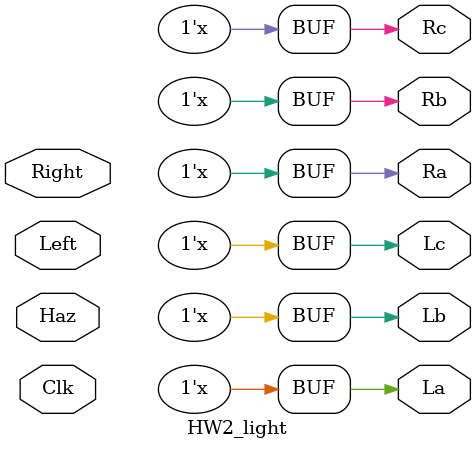
<source format=v>
module HW2_light(Clk, Left, Right, Haz, La, Lb, Lc, Ra, Rb, Rc);
	input Clk;
	input Left;
	input Right;
	input Haz;
	output reg La, Lb, Lc, Ra, Rb, Rc;
	reg [2:0] State;
	reg [2:0] Nextstate;
	initial begin
		State=0;
		Nextstate = 0;
	end
	
	always @(Left, Right, Haz, State)
	begin
	
		case(State)
			0:begin
				La = 0;Lb = 0;Lc = 0;Ra = 0;Rb = 0;Rc = 0;
				if(Haz)
					Nextstate<=7;	
				else if(Left&(~Right))
					Nextstate<=1;
				else if((~Left) & Right)
					Nextstate<=4;
			   	
			end
			1:begin
				if(Haz)
					Nextstate<=7;				
				else if(Left) begin
					Nextstate<=2;
					La = 1;
				end
				else	
					State<=0;
				
			  end
			2:begin
				if(Haz)
					Nextstate<=7;						
				else if(Left) begin
					Nextstate<=3;
					Lb = 1; La = 1;
					end
				else
					State<=0;
			end
			3:begin
				if(Haz)
					Nextstate<=7;		
				else if(Left) begin
					Lc = 1;Lb = 1;La = 1;
					Nextstate<=0;
					end
				else
					State<=0;
			end
			4:begin
				if(Haz)
					Nextstate<=7;						
				else if(Right)begin
					Nextstate<=5;
					Ra = 1;
					end
				else
					State<=0;
				end
			5:begin
				if(Haz)
					Nextstate<=7;						
				else if(Right) begin
					Nextstate<=6;
					Rb = 1;Ra = 1;
					end		
				else
					State<=0;			
			end
			6:begin
				if(Haz)
					Nextstate<=7;		
				else if(Right) begin
					Rc = 1;Rb = 1;Ra = 1;
					Nextstate<=0;
					end
				else
					State<=0;
			end
			7:begin
				La = 1;Lb = 1;Lc = 1;Ra = 1;Rb = 1;Rc = 1;
				Nextstate<=0;
			end
	endcase
	end
	
	always @(posedge Clk)
	begin
		State<=Nextstate;
	end
endmodule

</source>
